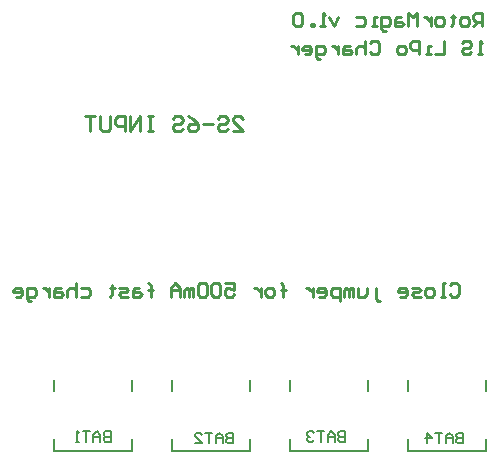
<source format=gbo>
G04 Layer_Color=13813960*
%FSAX25Y25*%
%MOIN*%
G70*
G01*
G75*
%ADD26C,0.01000*%
%ADD43C,0.00800*%
D26*
X0270291Y0242913D02*
Y0247412D01*
X0268042D01*
X0267292Y0246662D01*
Y0245163D01*
X0268042Y0244413D01*
X0270291D01*
X0268792D02*
X0267292Y0242913D01*
X0265043D02*
X0263544D01*
X0262794Y0243663D01*
Y0245163D01*
X0263544Y0245912D01*
X0265043D01*
X0265793Y0245163D01*
Y0243663D01*
X0265043Y0242913D01*
X0260544Y0246662D02*
Y0245912D01*
X0261294D01*
X0259795D01*
X0260544D01*
Y0243663D01*
X0259795Y0242913D01*
X0256796D02*
X0255296D01*
X0254546Y0243663D01*
Y0245163D01*
X0255296Y0245912D01*
X0256796D01*
X0257545Y0245163D01*
Y0243663D01*
X0256796Y0242913D01*
X0253047Y0245912D02*
Y0242913D01*
Y0244413D01*
X0252297Y0245163D01*
X0251547Y0245912D01*
X0250798D01*
X0248548Y0242913D02*
Y0247412D01*
X0247049Y0245912D01*
X0245549Y0247412D01*
Y0242913D01*
X0243300Y0245912D02*
X0241800D01*
X0241051Y0245163D01*
Y0242913D01*
X0243300D01*
X0244050Y0243663D01*
X0243300Y0244413D01*
X0241051D01*
X0238052Y0241414D02*
X0237302D01*
X0236552Y0242164D01*
Y0245912D01*
X0238802D01*
X0239551Y0245163D01*
Y0243663D01*
X0238802Y0242913D01*
X0236552D01*
X0235053D02*
X0233553D01*
X0234303D01*
Y0245912D01*
X0235053D01*
X0228305D02*
X0230554D01*
X0231304Y0245163D01*
Y0243663D01*
X0230554Y0242913D01*
X0228305D01*
X0222307Y0245912D02*
X0220807Y0242913D01*
X0219308Y0245912D01*
X0217808Y0242913D02*
X0216309D01*
X0217058D01*
Y0247412D01*
X0217808Y0246662D01*
X0214059Y0242913D02*
Y0243663D01*
X0213310D01*
Y0242913D01*
X0214059D01*
X0210311Y0246662D02*
X0209561Y0247412D01*
X0208061D01*
X0207312Y0246662D01*
Y0243663D01*
X0208061Y0242913D01*
X0209561D01*
X0210311Y0243663D01*
Y0246662D01*
X0259418Y0156505D02*
X0260168Y0157254D01*
X0261667D01*
X0262417Y0156505D01*
Y0153506D01*
X0261667Y0152756D01*
X0260168D01*
X0259418Y0153506D01*
X0257919Y0152756D02*
X0256419D01*
X0257169D01*
Y0157254D01*
X0257919D01*
X0253420Y0152756D02*
X0251921D01*
X0251171Y0153506D01*
Y0155005D01*
X0251921Y0155755D01*
X0253420D01*
X0254170Y0155005D01*
Y0153506D01*
X0253420Y0152756D01*
X0249671D02*
X0247422D01*
X0246672Y0153506D01*
X0247422Y0154255D01*
X0248922D01*
X0249671Y0155005D01*
X0248922Y0155755D01*
X0246672D01*
X0242924Y0152756D02*
X0244423D01*
X0245173Y0153506D01*
Y0155005D01*
X0244423Y0155755D01*
X0242924D01*
X0242174Y0155005D01*
Y0154255D01*
X0245173D01*
X0236176Y0151256D02*
X0235426D01*
X0234676Y0152006D01*
Y0155755D01*
X0231677D02*
Y0153506D01*
X0230927Y0152756D01*
X0228678D01*
Y0155755D01*
X0227179Y0152756D02*
Y0155755D01*
X0226429D01*
X0225679Y0155005D01*
Y0152756D01*
Y0155005D01*
X0224929Y0155755D01*
X0224180Y0155005D01*
Y0152756D01*
X0222680Y0151256D02*
Y0155755D01*
X0220431D01*
X0219681Y0155005D01*
Y0153506D01*
X0220431Y0152756D01*
X0222680D01*
X0215932D02*
X0217432D01*
X0218181Y0153506D01*
Y0155005D01*
X0217432Y0155755D01*
X0215932D01*
X0215182Y0155005D01*
Y0154255D01*
X0218181D01*
X0213683Y0155755D02*
Y0152756D01*
Y0154255D01*
X0212933Y0155005D01*
X0212183Y0155755D01*
X0211434D01*
X0203936Y0152756D02*
Y0156505D01*
Y0155005D01*
X0204686D01*
X0203186D01*
X0203936D01*
Y0156505D01*
X0203186Y0157254D01*
X0200187Y0152756D02*
X0198688D01*
X0197938Y0153506D01*
Y0155005D01*
X0198688Y0155755D01*
X0200187D01*
X0200937Y0155005D01*
Y0153506D01*
X0200187Y0152756D01*
X0196439Y0155755D02*
Y0152756D01*
Y0154255D01*
X0195689Y0155005D01*
X0194939Y0155755D01*
X0194189D01*
X0184442Y0157254D02*
X0187442D01*
Y0155005D01*
X0185942Y0155755D01*
X0185192D01*
X0184442Y0155005D01*
Y0153506D01*
X0185192Y0152756D01*
X0186692D01*
X0187442Y0153506D01*
X0182943Y0156505D02*
X0182193Y0157254D01*
X0180694D01*
X0179944Y0156505D01*
Y0153506D01*
X0180694Y0152756D01*
X0182193D01*
X0182943Y0153506D01*
Y0156505D01*
X0178444D02*
X0177695Y0157254D01*
X0176195D01*
X0175445Y0156505D01*
Y0153506D01*
X0176195Y0152756D01*
X0177695D01*
X0178444Y0153506D01*
Y0156505D01*
X0173946Y0152756D02*
Y0155755D01*
X0173196D01*
X0172446Y0155005D01*
Y0152756D01*
Y0155005D01*
X0171696Y0155755D01*
X0170947Y0155005D01*
Y0152756D01*
X0169447D02*
Y0155755D01*
X0167948Y0157254D01*
X0166448Y0155755D01*
Y0152756D01*
Y0155005D01*
X0169447D01*
X0159700Y0152756D02*
Y0156505D01*
Y0155005D01*
X0160450D01*
X0158951D01*
X0159700D01*
Y0156505D01*
X0158951Y0157254D01*
X0155952Y0155755D02*
X0154452D01*
X0153702Y0155005D01*
Y0152756D01*
X0155952D01*
X0156701Y0153506D01*
X0155952Y0154255D01*
X0153702D01*
X0152203Y0152756D02*
X0149953D01*
X0149204Y0153506D01*
X0149953Y0154255D01*
X0151453D01*
X0152203Y0155005D01*
X0151453Y0155755D01*
X0149204D01*
X0146955Y0156505D02*
Y0155755D01*
X0147704D01*
X0146205D01*
X0146955D01*
Y0153506D01*
X0146205Y0152756D01*
X0136458Y0155755D02*
X0138707D01*
X0139457Y0155005D01*
Y0153506D01*
X0138707Y0152756D01*
X0136458D01*
X0134958Y0157254D02*
Y0152756D01*
Y0155005D01*
X0134209Y0155755D01*
X0132709D01*
X0131959Y0155005D01*
Y0152756D01*
X0129710Y0155755D02*
X0128210D01*
X0127461Y0155005D01*
Y0152756D01*
X0129710D01*
X0130460Y0153506D01*
X0129710Y0154255D01*
X0127461D01*
X0125961Y0155755D02*
Y0152756D01*
Y0154255D01*
X0125212Y0155005D01*
X0124462Y0155755D01*
X0123712D01*
X0119963Y0151256D02*
X0119213D01*
X0118464Y0152006D01*
Y0155755D01*
X0120713D01*
X0121463Y0155005D01*
Y0153506D01*
X0120713Y0152756D01*
X0118464D01*
X0114715D02*
X0116214D01*
X0116964Y0153506D01*
Y0155005D01*
X0116214Y0155755D01*
X0114715D01*
X0113965Y0155005D01*
Y0154255D01*
X0116964D01*
X0187038Y0207874D02*
X0190370D01*
X0187038Y0211206D01*
Y0212039D01*
X0187871Y0212872D01*
X0189537D01*
X0190370Y0212039D01*
X0182039D02*
X0182872Y0212872D01*
X0184539D01*
X0185372Y0212039D01*
Y0211206D01*
X0184539Y0210373D01*
X0182872D01*
X0182039Y0209540D01*
Y0208707D01*
X0182872Y0207874D01*
X0184539D01*
X0185372Y0208707D01*
X0180373Y0210373D02*
X0177041D01*
X0172043Y0212872D02*
X0173709Y0212039D01*
X0175375Y0210373D01*
Y0208707D01*
X0174542Y0207874D01*
X0172876D01*
X0172043Y0208707D01*
Y0209540D01*
X0172876Y0210373D01*
X0175375D01*
X0167044Y0212039D02*
X0167877Y0212872D01*
X0169544D01*
X0170377Y0212039D01*
Y0211206D01*
X0169544Y0210373D01*
X0167877D01*
X0167044Y0209540D01*
Y0208707D01*
X0167877Y0207874D01*
X0169544D01*
X0170377Y0208707D01*
X0160380Y0212872D02*
X0158714D01*
X0159547D01*
Y0207874D01*
X0160380D01*
X0158714D01*
X0156214D02*
Y0212872D01*
X0152882Y0207874D01*
Y0212872D01*
X0151216Y0207874D02*
Y0212872D01*
X0148717D01*
X0147884Y0212039D01*
Y0210373D01*
X0148717Y0209540D01*
X0151216D01*
X0146218Y0212872D02*
Y0208707D01*
X0145385Y0207874D01*
X0143719D01*
X0142885Y0208707D01*
Y0212872D01*
X0141219D02*
X0137887D01*
X0139553D01*
Y0207874D01*
X0270291Y0233465D02*
X0268792D01*
X0269542D01*
Y0237963D01*
X0270291Y0237213D01*
X0263544D02*
X0264293Y0237963D01*
X0265793D01*
X0266543Y0237213D01*
Y0236463D01*
X0265793Y0235714D01*
X0264293D01*
X0263544Y0234964D01*
Y0234214D01*
X0264293Y0233465D01*
X0265793D01*
X0266543Y0234214D01*
X0257545Y0237963D02*
Y0233465D01*
X0254546D01*
X0253047D02*
X0251547D01*
X0252297D01*
Y0236463D01*
X0253047D01*
X0249298Y0233465D02*
Y0237963D01*
X0247049D01*
X0246299Y0237213D01*
Y0235714D01*
X0247049Y0234964D01*
X0249298D01*
X0244050Y0233465D02*
X0242550D01*
X0241800Y0234214D01*
Y0235714D01*
X0242550Y0236463D01*
X0244050D01*
X0244799Y0235714D01*
Y0234214D01*
X0244050Y0233465D01*
X0232803Y0237213D02*
X0233553Y0237963D01*
X0235053D01*
X0235802Y0237213D01*
Y0234214D01*
X0235053Y0233465D01*
X0233553D01*
X0232803Y0234214D01*
X0231304Y0237963D02*
Y0233465D01*
Y0235714D01*
X0230554Y0236463D01*
X0229055D01*
X0228305Y0235714D01*
Y0233465D01*
X0226056Y0236463D02*
X0224556D01*
X0223806Y0235714D01*
Y0233465D01*
X0226056D01*
X0226805Y0234214D01*
X0226056Y0234964D01*
X0223806D01*
X0222307Y0236463D02*
Y0233465D01*
Y0234964D01*
X0221557Y0235714D01*
X0220807Y0236463D01*
X0220058D01*
X0216309Y0231965D02*
X0215559D01*
X0214809Y0232715D01*
Y0236463D01*
X0217058D01*
X0217808Y0235714D01*
Y0234214D01*
X0217058Y0233465D01*
X0214809D01*
X0211060D02*
X0212560D01*
X0213310Y0234214D01*
Y0235714D01*
X0212560Y0236463D01*
X0211060D01*
X0210311Y0235714D01*
Y0234964D01*
X0213310D01*
X0208811Y0236463D02*
Y0233465D01*
Y0234964D01*
X0208061Y0235714D01*
X0207312Y0236463D01*
X0206562D01*
D43*
X0227110Y0101374D02*
X0232110D01*
Y0105374D01*
Y0121374D02*
Y0124874D01*
X0206110Y0121374D02*
Y0124874D01*
Y0101374D02*
Y0105374D01*
Y0101374D02*
X0227869D01*
X0187740D02*
X0192740D01*
Y0105374D01*
Y0121374D02*
Y0124874D01*
X0166740Y0121374D02*
Y0124874D01*
Y0101374D02*
Y0105374D01*
Y0101374D02*
X0188498D01*
X0148370D02*
X0153370D01*
Y0105374D01*
Y0121374D02*
Y0124874D01*
X0127370Y0121374D02*
Y0124874D01*
Y0101374D02*
Y0105374D01*
Y0101374D02*
X0149128D01*
X0266480D02*
X0271480D01*
Y0105374D01*
Y0121374D02*
Y0124874D01*
X0245480Y0121374D02*
Y0124874D01*
Y0101374D02*
Y0105374D01*
Y0101374D02*
X0267238D01*
X0146370Y0107873D02*
Y0104374D01*
X0144621D01*
X0144037Y0104957D01*
Y0105540D01*
X0144621Y0106123D01*
X0146370D01*
X0144621D01*
X0144037Y0106707D01*
Y0107290D01*
X0144621Y0107873D01*
X0146370D01*
X0142871Y0104374D02*
Y0106707D01*
X0141705Y0107873D01*
X0140539Y0106707D01*
Y0104374D01*
Y0106123D01*
X0142871D01*
X0139372Y0107873D02*
X0137040D01*
X0138206D01*
Y0104374D01*
X0135873D02*
X0134707D01*
X0135290D01*
Y0107873D01*
X0135873Y0107290D01*
X0187240Y0107373D02*
Y0103874D01*
X0185491D01*
X0184907Y0104457D01*
Y0105040D01*
X0185491Y0105623D01*
X0187240D01*
X0185491D01*
X0184907Y0106207D01*
Y0106790D01*
X0185491Y0107373D01*
X0187240D01*
X0183741Y0103874D02*
Y0106207D01*
X0182575Y0107373D01*
X0181409Y0106207D01*
Y0103874D01*
Y0105623D01*
X0183741D01*
X0180242Y0107373D02*
X0177910D01*
X0179076D01*
Y0103874D01*
X0174411D02*
X0176743D01*
X0174411Y0106207D01*
Y0106790D01*
X0174994Y0107373D01*
X0176160D01*
X0176743Y0106790D01*
X0224610Y0107873D02*
Y0104374D01*
X0222861D01*
X0222278Y0104957D01*
Y0105540D01*
X0222861Y0106123D01*
X0224610D01*
X0222861D01*
X0222278Y0106707D01*
Y0107290D01*
X0222861Y0107873D01*
X0224610D01*
X0221111Y0104374D02*
Y0106707D01*
X0219945Y0107873D01*
X0218779Y0106707D01*
Y0104374D01*
Y0106123D01*
X0221111D01*
X0217613Y0107873D02*
X0215280D01*
X0216446D01*
Y0104374D01*
X0214114Y0107290D02*
X0213530Y0107873D01*
X0212364D01*
X0211781Y0107290D01*
Y0106707D01*
X0212364Y0106123D01*
X0212947D01*
X0212364D01*
X0211781Y0105540D01*
Y0104957D01*
X0212364Y0104374D01*
X0213530D01*
X0214114Y0104957D01*
X0263980Y0107373D02*
Y0103874D01*
X0262231D01*
X0261648Y0104457D01*
Y0105040D01*
X0262231Y0105623D01*
X0263980D01*
X0262231D01*
X0261648Y0106207D01*
Y0106790D01*
X0262231Y0107373D01*
X0263980D01*
X0260481Y0103874D02*
Y0106207D01*
X0259315Y0107373D01*
X0258149Y0106207D01*
Y0103874D01*
Y0105623D01*
X0260481D01*
X0256982Y0107373D02*
X0254650D01*
X0255816D01*
Y0103874D01*
X0251734D02*
Y0107373D01*
X0253484Y0105623D01*
X0251151D01*
M02*

</source>
